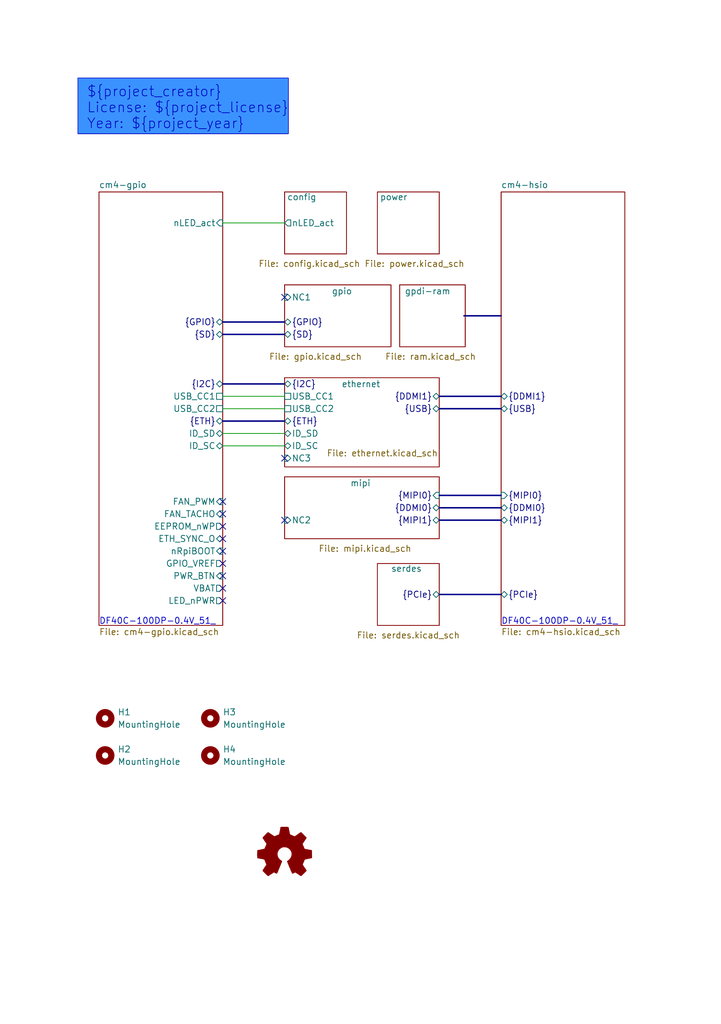
<source format=kicad_sch>
(kicad_sch (version 20250114) (generator "eeschema") (generator_version "9.0")
  (paper "A5" portrait)
  (title_block (title "${project_name}") (date "2025-06-24") (rev "${project_version}") (company "${project_creator}") (comment 1 "${project_license}"))
  (lib_symbols
    (symbol "Graphic:Logo_Open_Hardware_Small" (in_bom no) (on_board no)
      (symbol "Logo_Open_Hardware_Small_0_1"
        (polyline (pts (xy 3.3528 -4.3434) (xy 3.302 -4.318) (xy 3.175 -4.2418) (xy 2.9972 -4.1148) (xy 2.7686 -3.9624) (xy 2.54 -3.81) (xy 2.3622 -3.7084) (xy 2.2352 -3.6068) (xy 2.1844 -3.5814) (xy 2.159 -3.6068) (xy 2.0574 -3.6576) (xy 1.905 -3.7338) (xy 1.8034 -3.7846) (xy 1.6764 -3.8354) (xy 1.6002 -3.8354) (xy 1.6002 -3.8354) (xy 1.5494 -3.7338) (xy 1.4732 -3.5306) (xy 1.3462 -3.302) (xy 1.2446 -3.0226) (xy 1.1176 -2.7178) (xy 0.9652 -2.413) (xy 0.8636 -2.1082) (xy 0.7366 -1.8288) (xy 0.6604 -1.6256) (xy 0.6096 -1.4732) (xy 0.5842 -1.397) (xy 0.5842 -1.397) (xy 0.6604 -1.3208) (xy 0.7874 -1.2446) (xy 1.0414 -1.016) (xy 1.2954 -0.6858) (xy 1.4478 -0.3302) (xy 1.524 0.0762) (xy 1.4732 0.4572) (xy 1.3208 0.8128) (xy 1.0668 1.143) (xy 0.762 1.3716) (xy 0.4064 1.524) (xy 0 1.5748) (xy -0.381 1.5494) (xy -0.7366 1.397) (xy -1.0668 1.143) (xy -1.2192 0.9906) (xy -1.397 0.6604) (xy -1.524 0.3048) (xy -1.524 0.2286) (xy -1.4986 -0.1778) (xy -1.397 -0.5334) (xy -1.1938 -0.8636) (xy -0.9144 -1.143) (xy -0.8636 -1.1684) (xy -0.7366 -1.27) (xy -0.635 -1.3462) (xy -0.5842 -1.397) (xy -1.0668 -2.5908) (xy -1.143 -2.794) (xy -1.2954 -3.1242) (xy -1.397 -3.4036) (xy -1.4986 -3.6322) (xy -1.5748 -3.7846) (xy -1.6002 -3.8354) (xy -1.6002 -3.8354) (xy -1.651 -3.8354) (xy -1.7272 -3.81) (xy -1.905 -3.7338) (xy -2.0066 -3.683) (xy -2.1336 -3.6068) (xy -2.2098 -3.5814) (xy -2.2606 -3.6068) (xy -2.3622 -3.683) (xy -2.54 -3.81) (xy -2.7686 -3.9624) (xy -2.9718 -4.0894) (xy -3.1496 -4.2164) (xy -3.302 -4.318) (xy -3.3528 -4.3434) (xy -3.3782 -4.3434) (xy -3.429 -4.318) (xy -3.5306 -4.2164) (xy -3.7084 -4.064) (xy -3.937 -3.8354) (xy -3.9624 -3.81) (xy -4.1656 -3.6068) (xy -4.318 -3.4544) (xy -4.4196 -3.3274) (xy -4.445 -3.2766) (xy -4.445 -3.2766) (xy -4.4196 -3.2258) (xy -4.318 -3.0734) (xy -4.2164 -2.8956) (xy -4.064 -2.667) (xy -3.6576 -2.0828) (xy -3.8862 -1.5494) (xy -3.937 -1.3716) (xy -4.0386 -1.1684) (xy -4.0894 -1.0414) (xy -4.1148 -0.9652) (xy -4.191 -0.9398) (xy -4.318 -0.9144) (xy -4.5466 -0.8636) (xy -4.8006 -0.8128) (xy -5.0546 -0.7874) (xy -5.2578 -0.7366) (xy -5.4356 -0.7112) (xy -5.5118 -0.6858) (xy -5.5118 -0.6858) (xy -5.5372 -0.635) (xy -5.5372 -0.5588) (xy -5.5372 -0.4318) (xy -5.5626 -0.2286) (xy -5.5626 0.0762) (xy -5.5626 0.127) (xy -5.5372 0.4064) (xy -5.5372 0.635) (xy -5.5372 0.762) (xy -5.5372 0.8382) (xy -5.5372 0.8382) (xy -5.461 0.8382) (xy -5.3086 0.889) (xy -5.08 0.9144) (xy -4.826 0.9652) (xy -4.8006 0.9906) (xy -4.5466 1.0414) (xy -4.318 1.0668) (xy -4.1656 1.1176) (xy -4.0894 1.143) (xy -4.0894 1.143) (xy -4.0386 1.2446) (xy -3.9624 1.4224) (xy -3.8608 1.6256) (xy -3.7846 1.8288) (xy -3.7084 2.0066) (xy -3.6576 2.159) (xy -3.6322 2.2098) (xy -3.6322 2.2098) (xy -3.683 2.286) (xy -3.7592 2.413) (xy -3.8862 2.5908) (xy -4.064 2.8194) (xy -4.064 2.8448) (xy -4.2164 3.0734) (xy -4.3434 3.2512) (xy -4.4196 3.3782) (xy -4.445 3.4544) (xy -4.445 3.4544) (xy -4.3942 3.5052) (xy -4.2926 3.6322) (xy -4.1148 3.81) (xy -3.937 4.0132) (xy -3.8608 4.064) (xy -3.6576 4.2926) (xy -3.5052 4.4196) (xy -3.4036 4.4958) (xy -3.3528 4.5212) (xy -3.3528 4.5212) (xy -3.302 4.4704) (xy -3.1496 4.3688) (xy -2.9718 4.2418) (xy -2.7432 4.0894) (xy -2.7178 4.0894) (xy -2.4892 3.937) (xy -2.3114 3.81) (xy -2.1844 3.7084) (xy -2.1336 3.683) (xy -2.1082 3.683) (xy -2.032 3.7084) (xy -1.8542 3.7592) (xy -1.6764 3.8354) (xy -1.4732 3.937) (xy -1.27 4.0132) (xy -1.143 4.064) (xy -1.0668 4.1148) (xy -1.0668 4.1148) (xy -1.0414 4.191) (xy -1.016 4.3434) (xy -0.9652 4.572) (xy -0.9144 4.8514) (xy -0.889 4.9022) (xy -0.8382 5.1562) (xy -0.8128 5.3848) (xy -0.7874 5.5372) (xy -0.762 5.588) (xy -0.7112 5.6134) (xy -0.5842 5.6134) (xy -0.4064 5.6134) (xy -0.1524 5.6134) (xy 0.0762 5.6134) (xy 0.3302 5.6134) (xy 0.5334 5.6134) (xy 0.6858 5.588) (xy 0.7366 5.588) (xy 0.7366 5.588) (xy 0.762 5.5118) (xy 0.8128 5.334) (xy 0.8382 5.1054) (xy 0.9144 4.826) (xy 0.9144 4.7752) (xy 0.9652 4.5212) (xy 1.016 4.2926) (xy 1.0414 4.1402) (xy 1.0668 4.0894) (xy 1.0668 4.0894) (xy 1.1938 4.0386) (xy 1.3716 3.9624) (xy 1.5748 3.8608) (xy 2.0828 3.6576) (xy 2.7178 4.0894) (xy 2.7686 4.1402) (xy 2.9972 4.2926) (xy 3.175 4.4196) (xy 3.302 4.4958) (xy 3.3782 4.5212) (xy 3.3782 4.5212) (xy 3.429 4.4704) (xy 3.556 4.3434) (xy 3.7338 4.191) (xy 3.9116 3.9878) (xy 4.064 3.8354) (xy 4.2418 3.6576) (xy 4.3434 3.556) (xy 4.4196 3.4798) (xy 4.4196 3.429) (xy 4.4196 3.4036) (xy 4.3942 3.3274) (xy 4.2926 3.2004) (xy 4.1656 2.9972) (xy 4.0132 2.794) (xy 3.8862 2.5908) (xy 3.7592 2.3876) (xy 3.6576 2.2352) (xy 3.6322 2.159) (xy 3.6322 2.1336) (xy 3.683 2.0066) (xy 3.7592 1.8288) (xy 3.8608 1.6002) (xy 4.064 1.1176) (xy 4.3942 1.0414) (xy 4.5974 1.016) (xy 4.8768 0.9652) (xy 5.1308 0.9144) (xy 5.5372 0.8382) (xy 5.5626 -0.6604) (xy 5.4864 -0.6858) (xy 5.4356 -0.6858) (xy 5.2832 -0.7366) (xy 5.0546 -0.762) (xy 4.8006 -0.8128) (xy 4.5974 -0.8636) (xy 4.3688 -0.9144) (xy 4.2164 -0.9398) (xy 4.1402 -0.9398) (xy 4.1148 -0.9652) (xy 4.064 -1.0668) (xy 3.9878 -1.2446) (xy 3.9116 -1.4478) (xy 3.81 -1.651) (xy 3.7338 -1.8542) (xy 3.683 -2.0066) (xy 3.6576 -2.0828) (xy 3.683 -2.1336) (xy 3.7846 -2.2606) (xy 3.8862 -2.4638) (xy 4.0386 -2.667) (xy 4.191 -2.8956) (xy 4.318 -3.0734) (xy 4.3942 -3.2004) (xy 4.445 -3.2766) (xy 4.4196 -3.3274) (xy 4.3434 -3.429) (xy 4.1656 -3.5814) (xy 3.937 -3.8354) (xy 3.8862 -3.8608) (xy 3.683 -4.064) (xy 3.5306 -4.2164) (xy 3.4036 -4.318) (xy 3.3528 -4.3434)) (fill (type outline)))
      )
    )
    (symbol "Mechanical:MountingHole" (pin_names (offset 1.016))
      (property "Reference" "H" (at 0 5.08 0))
      (property "Value" "MountingHole" (at 0 3.175 0))
      (symbol "MountingHole_0_1"
        (circle (center 0 0) (radius 1.27) (stroke (width 1.27)))
      )
    )
  )
  (rectangle (start 16.002 16.002) (end 59.182 27.432) (fill (type color) (color 58 146 255 1)))
  (text "DF40C-100DP-0.4V_51_" (at 20.32 128.27 0) (effects (font (size 1.27 1.27)) (justify left bottom)))
  (text "DF40C-100DP-0.4V_51_" (at 102.87 128.27 0) (effects (font (size 1.27 1.27)) (justify left bottom)))
  (text "${project_creator}\nLicense: ${project_license}\nYear: ${project_year}" (at 17.78 17.78 0) (effects (font (size 2.032 2.032)) (justify left top)))
  (no_connect (at 45.72 105.41))
  (no_connect (at 45.72 102.87))
  (no_connect (at 58.42 93.98))
  (no_connect (at 45.72 115.57))
  (no_connect (at 45.72 113.03))
  (no_connect (at 45.72 107.95))
  (no_connect (at 58.42 106.68))
  (no_connect (at 45.72 118.11))
  (no_connect (at 45.72 110.49))
  (no_connect (at 45.72 120.65))
  (no_connect (at 58.42 60.96))
  (no_connect (at 45.72 123.19))
  (wire (pts (xy 45.72 81.28) (xy 58.42 81.28)))
  (wire (pts (xy 45.72 83.82) (xy 58.42 83.82)))
  (wire (pts (xy 45.72 88.9) (xy 58.42 88.9)))
  (bus (pts (xy 90.17 106.68) (xy 102.87 106.68)))
  (bus (pts (xy 90.17 101.6) (xy 102.87 101.6)))
  (bus (pts (xy 45.72 78.74) (xy 58.42 78.74)))
  (bus (pts (xy 45.72 66.04) (xy 58.42 66.04)))
  (wire (pts (xy 45.72 91.44) (xy 58.42 91.44)))
  (bus (pts (xy 90.17 83.82) (xy 102.87 83.82)))
  (bus (pts (xy 90.17 81.28) (xy 102.87 81.28)))
  (bus (pts (xy 90.17 104.14) (xy 102.87 104.14)))
  (bus (pts (xy 45.72 68.58) (xy 58.42 68.58)))
  (bus (pts (xy 95.25 64.77) (xy 102.87 64.77)))
  (wire (pts (xy 45.72 45.72) (xy 58.42 45.72)))
  (bus (pts (xy 45.72 86.36) (xy 58.42 86.36)))
  (bus (pts (xy 90.17 121.92) (xy 102.87 121.92)))
  (symbol (lib_id "Mechanical:MountingHole") (at 21.59 147.32 0) (unit 1)
    (property "Reference" "H1" (at 24.13 146.05 0) (effects (justify left)))
    (property "Value" "MountingHole" (at 24.13 148.59 0) (effects (justify left)))
    (property "Footprint" "MountingHole:MountingHole_2.7mm_M2.5" (effects (hide yes)))
  )
  (symbol (lib_id "Mechanical:MountingHole") (at 43.18 147.32 0) (unit 1)
    (property "Reference" "H3" (at 45.72 146.05 0) (effects (justify left)))
    (property "Value" "MountingHole" (at 45.72 148.59 0) (effects (justify left)))
    (property "Footprint" "MountingHole:MountingHole_2.7mm_M2.5" (effects (hide yes)))
  )
  (symbol (lib_id "Graphic:Logo_Open_Hardware_Small") (at 58.42 175.26 0) (unit 1) (exclude_from_sim yes) (in_bom no) (on_board no)
    (property "Reference" "#SYM1" (effects (hide yes)))
    (property "Value" "Logo_Open_Hardware_Small" (effects (hide yes)))
  )
  (symbol (lib_id "Mechanical:MountingHole") (at 43.18 154.94 0) (unit 1)
    (property "Reference" "H4" (at 45.72 153.67 0) (effects (justify left)))
    (property "Value" "MountingHole" (at 45.72 156.21 0) (effects (justify left)))
    (property "Footprint" "MountingHole:MountingHole_2.7mm_M2.5" (effects (hide yes)))
  )
  (symbol (lib_id "Mechanical:MountingHole") (at 21.59 154.94 0) (unit 1)
    (property "Reference" "H2" (at 24.13 153.67 0) (effects (justify left)))
    (property "Value" "MountingHole" (at 24.13 156.21 0) (effects (justify left)))
    (property "Footprint" "MountingHole:MountingHole_2.7mm_M2.5" (effects (hide yes)))
  )
  (sheet (at 77.47 115.57) (size 12.7 12.7) (stroke (width 0.1524))
    (property "Sheetname" "serdes" (at 80.264 117.348 0) (effects (justify left bottom)))
    (property "Sheetfile" "serdes.kicad_sch" (at 83.82 129.54 0) (effects (justify top)))
    (pin "{PCIe}" bidirectional (at 90.17 121.92 0))
  )
  (sheet (at 58.42 39.37) (size 12.7 12.7) (stroke (width 0.1524))
    (property "Sheetname" "config" (at 58.928 41.148 0) (effects (justify left bottom)))
    (property "Sheetfile" "config.kicad_sch" (at 63.5 53.34 0) (effects (justify top)))
    (pin "nLED_act" output (at 58.42 45.72 180))
  )
  (sheet (at 20.32 39.37) (size 25.4 88.9) (stroke (width 0.1524))
    (property "Sheetname" "cm4-gpio" (at 20.32 38.6584 0) (effects (justify left bottom)))
    (property "Sheetfile" "cm4-gpio.kicad_sch" (at 20.32 128.8546 0) (effects (justify left top)))
    (pin "{GPIO}" bidirectional (at 45.72 66.04 0))
    (pin "{ETH}" bidirectional (at 45.72 86.36 0))
    (pin "nLED_act" input (at 45.72 45.72 0))
    (pin "{SD}" bidirectional (at 45.72 68.58 0))
    (pin "{I2C}" bidirectional (at 45.72 78.74 0))
    (pin "EEPROM_nWP" output (at 45.72 107.95 0))
    (pin "ETH_SYNC_O" bidirectional (at 45.72 110.49 0))
    (pin "FAN_PWM" input (at 45.72 102.87 0))
    (pin "FAN_TACHO" input (at 45.72 105.41 0))
    (pin "GPIO_VREF" output (at 45.72 115.57 0))
    (pin "ID_SC" bidirectional (at 45.72 91.44 0))
    (pin "ID_SD" bidirectional (at 45.72 88.9 0))
    (pin "LED_nPWR" output (at 45.72 123.19 0))
    (pin "nRpiBOOT" input (at 45.72 113.03 0))
    (pin "PWR_BTN" input (at 45.72 118.11 0))
    (pin "USB_CC1" passive (at 45.72 81.28 0))
    (pin "USB_CC2" passive (at 45.72 83.82 0))
    (pin "VBAT" output (at 45.72 120.65 0))
  )
  (sheet (at 77.47 39.37) (size 12.7 12.7) (stroke (width 0.1524))
    (property "Sheetname" "power" (at 77.978 41.148 0) (effects (justify left bottom)))
    (property "Sheetfile" "power.kicad_sch" (at 85.09 53.34 0) (effects (justify top)))
  )
  (sheet (at 58.42 77.47) (size 31.75 18.288) (stroke (width 0.1524))
    (property "Sheetname" "ethernet" (at 70.104 79.502 0) (effects (justify left bottom)))
    (property "Sheetfile" "ethernet.kicad_sch" (at 78.486 92.202 0) (effects (justify top)))
    (pin "{USB}" bidirectional (at 90.17 83.82 0))
    (pin "{ETH}" bidirectional (at 58.42 86.36 180))
    (pin "{DDMI1}" bidirectional (at 90.17 81.28 0))
    (pin "{I2C}" bidirectional (at 58.42 78.74 180))
    (pin "ID_SC" bidirectional (at 58.42 91.44 180))
    (pin "ID_SD" bidirectional (at 58.42 88.9 180))
    (pin "USB_CC1" passive (at 58.42 81.28 180))
    (pin "USB_CC2" passive (at 58.42 83.82 180))
    (pin "NC3" input (at 58.42 93.98 180))
  )
  (sheet (at 58.42 58.42) (size 21.844 12.7) (stroke (width 0.1524))
    (property "Sheetname" "gpio" (at 68.072 60.452 0) (effects (justify left bottom)))
    (property "Sheetfile" "gpio.kicad_sch" (at 64.77 72.39 0) (effects (justify top)))
    (pin "{GPIO}" bidirectional (at 58.42 66.04 180))
    (pin "{SD}" bidirectional (at 58.42 68.58 180))
    (pin "NC1" input (at 58.42 60.96 180))
  )
  (sheet (at 58.42 97.79) (size 31.75 12.7) (stroke (width 0.1524))
    (property "Sheetname" "mipi" (at 71.882 99.822 0) (effects (justify left bottom)))
    (property "Sheetfile" "mipi.kicad_sch" (at 74.93 111.76 0) (effects (justify top)))
    (pin "{DDMI0}" bidirectional (at 90.17 104.14 0))
    (pin "NC2" input (at 58.42 106.68 180))
    (pin "{MIPI1}" bidirectional (at 90.17 106.68 0))
    (pin "{MIPI0}" input (at 90.17 101.6 0))
  )
  (sheet (at 102.87 39.37) (size 25.4 88.9) (stroke (width 0.1524))
    (property "Sheetname" "cm4-hsio" (at 102.87 38.6584 0) (effects (justify left bottom)))
    (property "Sheetfile" "cm4-hsio.kicad_sch" (at 102.87 128.8546 0) (effects (justify left top)))
    (pin "{DDMI0}" bidirectional (at 102.87 104.14 180))
    (pin "{PCIe}" bidirectional (at 102.87 121.92 180))
    (pin "{USB}" bidirectional (at 102.87 83.82 180))
    (pin "{DDMI1}" bidirectional (at 102.87 81.28 180))
    (pin "{MIPI1}" bidirectional (at 102.87 106.68 180))
    (pin "{MIPI0}" input (at 102.87 101.6 180))
  )
  (sheet (at 82.042 58.42) (size 13.462 12.7) (stroke (width 0.1524))
    (property "Sheetname" "gpdi-ram" (at 83.058 60.452 0) (effects (justify left bottom)))
    (property "Sheetfile" "ram.kicad_sch" (at 88.392 72.39 0) (effects (justify top)))
  )
)
</source>
